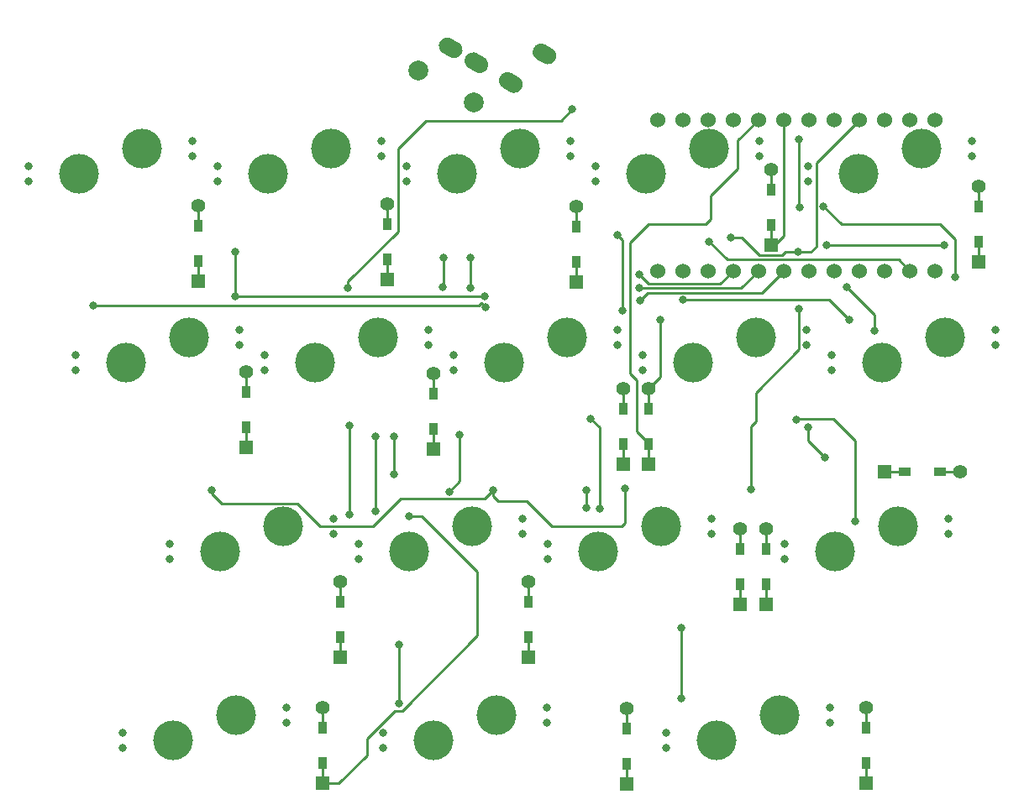
<source format=gbr>
G04 #@! TF.GenerationSoftware,KiCad,Pcbnew,(5.1.6-0-10_14)*
G04 #@! TF.CreationDate,2022-03-06T15:34:28+09:00*
G04 #@! TF.ProjectId,cool936,636f6f6c-3933-4362-9e6b-696361645f70,rev?*
G04 #@! TF.SameCoordinates,Original*
G04 #@! TF.FileFunction,Copper,L1,Top*
G04 #@! TF.FilePolarity,Positive*
%FSLAX46Y46*%
G04 Gerber Fmt 4.6, Leading zero omitted, Abs format (unit mm)*
G04 Created by KiCad (PCBNEW (5.1.6-0-10_14)) date 2022-03-06 15:34:28*
%MOMM*%
%LPD*%
G01*
G04 APERTURE LIST*
G04 #@! TA.AperFunction,ComponentPad*
%ADD10C,1.524000*%
G04 #@! TD*
G04 #@! TA.AperFunction,ViaPad*
%ADD11C,0.800000*%
G04 #@! TD*
G04 #@! TA.AperFunction,ViaPad*
%ADD12C,4.000000*%
G04 #@! TD*
G04 #@! TA.AperFunction,SMDPad,CuDef*
%ADD13R,0.950000X1.300000*%
G04 #@! TD*
G04 #@! TA.AperFunction,ComponentPad*
%ADD14R,1.397000X1.397000*%
G04 #@! TD*
G04 #@! TA.AperFunction,ComponentPad*
%ADD15C,1.397000*%
G04 #@! TD*
G04 #@! TA.AperFunction,SMDPad,CuDef*
%ADD16R,1.300000X0.950000*%
G04 #@! TD*
G04 #@! TA.AperFunction,ComponentPad*
%ADD17C,2.000000*%
G04 #@! TD*
G04 #@! TA.AperFunction,Conductor*
%ADD18C,0.250000*%
G04 #@! TD*
G04 APERTURE END LIST*
D10*
X263438000Y-7201400D03*
X260898000Y-7201400D03*
X258358000Y-7201400D03*
X255818000Y-7201400D03*
X253278000Y-7201400D03*
X250738000Y-7201400D03*
X248198000Y-7201400D03*
X245658000Y-7201400D03*
X243118000Y-7201400D03*
X240578000Y-7201400D03*
X238038000Y-7201400D03*
X235498000Y-7201400D03*
X235498000Y8018600D03*
X238038000Y8018600D03*
X240578000Y8018600D03*
X243118000Y8018600D03*
X245658000Y8018600D03*
X248198000Y8018600D03*
X250738000Y8018600D03*
X253278000Y8018600D03*
X255818000Y8018600D03*
X258358000Y8018600D03*
X260898000Y8018600D03*
X263438000Y8018600D03*
D11*
X250507500Y-14732000D03*
X233997500Y-17272000D03*
X250507500Y-13208000D03*
X233997500Y-15748000D03*
D12*
X239077500Y-16510000D03*
X245427500Y-13970000D03*
D11*
X269557500Y-14732000D03*
X253047500Y-17272000D03*
X269557500Y-13208000D03*
X253047500Y-15748000D03*
D12*
X258127500Y-16510000D03*
X264477500Y-13970000D03*
D13*
X208240000Y-6065000D03*
D14*
X208240000Y-8100000D03*
D15*
X208240000Y-480000D03*
D13*
X208240000Y-2515000D03*
X227340000Y-6325000D03*
D14*
X227340000Y-8360000D03*
D15*
X227340000Y-740000D03*
D13*
X227340000Y-2775000D03*
X246980000Y-2565000D03*
D14*
X246980000Y-4600000D03*
D15*
X246980000Y3020000D03*
D13*
X246980000Y985000D03*
X189180000Y-6195000D03*
D14*
X189180000Y-8230000D03*
D15*
X189180000Y-610000D03*
D13*
X189180000Y-2645000D03*
X194010000Y-22995000D03*
D14*
X194010000Y-25030000D03*
D15*
X194010000Y-17410000D03*
D13*
X194010000Y-19445000D03*
X212880000Y-23185000D03*
D14*
X212880000Y-25220000D03*
D15*
X212880000Y-17600000D03*
D13*
X212880000Y-19635000D03*
X232080000Y-24715000D03*
D14*
X232080000Y-26750000D03*
D15*
X232080000Y-19130000D03*
D13*
X232080000Y-21165000D03*
X234570000Y-24695000D03*
D14*
X234570000Y-26730000D03*
D15*
X234570000Y-19110000D03*
D13*
X234570000Y-21145000D03*
D16*
X260415000Y-27450000D03*
D14*
X258380000Y-27450000D03*
D15*
X266000000Y-27450000D03*
D16*
X263965000Y-27450000D03*
D13*
X203500000Y-44115000D03*
D14*
X203500000Y-46150000D03*
D15*
X203500000Y-38530000D03*
D13*
X203500000Y-40565000D03*
X222500000Y-44145000D03*
D14*
X222500000Y-46180000D03*
D15*
X222500000Y-38560000D03*
D13*
X222500000Y-40595000D03*
X243780000Y-38825000D03*
D14*
X243780000Y-40860000D03*
D15*
X243780000Y-33240000D03*
D13*
X243780000Y-35275000D03*
X201760000Y-56865000D03*
D14*
X201760000Y-58900000D03*
D15*
X201760000Y-51280000D03*
D13*
X201760000Y-53315000D03*
X267830000Y-4255000D03*
D14*
X267830000Y-6290000D03*
D15*
X267830000Y1330000D03*
D13*
X267830000Y-705000D03*
X256480000Y-56850000D03*
D14*
X256480000Y-58885000D03*
D15*
X256480000Y-51265000D03*
D13*
X256480000Y-53300000D03*
X246430000Y-38825000D03*
D14*
X246430000Y-40860000D03*
D15*
X246430000Y-33240000D03*
D13*
X246430000Y-35275000D03*
D11*
X264795500Y-33782000D03*
X248285500Y-36322000D03*
X264795500Y-32258000D03*
X248285500Y-34798000D03*
D12*
X253365500Y-35560000D03*
X259715500Y-33020000D03*
D11*
X224314000Y-52832000D03*
X207804000Y-55372000D03*
X224314000Y-51308000D03*
X207804000Y-53848000D03*
D12*
X212884000Y-54610000D03*
X219234000Y-52070000D03*
G04 #@! TA.AperFunction,ComponentPad*
G36*
G01*
X224187690Y15604775D02*
X224880510Y15204775D01*
G75*
G02*
X225191632Y14043653I-425000J-736122D01*
G01*
X225191632Y14043653D01*
G75*
G02*
X224030510Y13732531I-736122J425000D01*
G01*
X223337690Y14132531D01*
G75*
G02*
X223026568Y15293653I425000J736122D01*
G01*
X223026568Y15293653D01*
G75*
G02*
X224187690Y15604775I736122J-425000D01*
G01*
G37*
G04 #@! TD.AperFunction*
G04 #@! TA.AperFunction,ComponentPad*
G36*
G01*
X220788652Y12717469D02*
X221481472Y12317469D01*
G75*
G02*
X221792594Y11156347I-425000J-736122D01*
G01*
X221792594Y11156347D01*
G75*
G02*
X220631472Y10845225I-736122J425000D01*
G01*
X219938652Y11245225D01*
G75*
G02*
X219627530Y12406347I425000J736122D01*
G01*
X219627530Y12406347D01*
G75*
G02*
X220788652Y12717469I736122J-425000D01*
G01*
G37*
G04 #@! TD.AperFunction*
G04 #@! TA.AperFunction,ComponentPad*
G36*
G01*
X217324550Y14717469D02*
X218017370Y14317469D01*
G75*
G02*
X218328492Y13156347I-425000J-736122D01*
G01*
X218328492Y13156347D01*
G75*
G02*
X217167370Y12845225I-736122J425000D01*
G01*
X216474550Y13245225D01*
G75*
G02*
X216163428Y14406347I425000J736122D01*
G01*
X216163428Y14406347D01*
G75*
G02*
X217324550Y14717469I736122J-425000D01*
G01*
G37*
G04 #@! TD.AperFunction*
G04 #@! TA.AperFunction,ComponentPad*
G36*
G01*
X214726474Y16217469D02*
X215419294Y15817469D01*
G75*
G02*
X215730416Y14656347I-425000J-736122D01*
G01*
X215730416Y14656347D01*
G75*
G02*
X214569294Y14345225I-736122J425000D01*
G01*
X213876474Y14745225D01*
G75*
G02*
X213565352Y15906347I425000J736122D01*
G01*
X213565352Y15906347D01*
G75*
G02*
X214726474Y16217469I736122J-425000D01*
G01*
G37*
G04 #@! TD.AperFunction*
D17*
X217014583Y9775000D03*
X211385417Y13025000D03*
D11*
X202882500Y-33782000D03*
X186372500Y-36322000D03*
X202882500Y-32258000D03*
X186372500Y-34798000D03*
D12*
X191452500Y-35560000D03*
X197802500Y-33020000D03*
D11*
X221932500Y-33782000D03*
X205422500Y-36322000D03*
X221932500Y-32258000D03*
X205422500Y-34798000D03*
D12*
X210502500Y-35560000D03*
X216852500Y-33020000D03*
D11*
X240982500Y-33782000D03*
X224472500Y-36322000D03*
X240982500Y-32258000D03*
X224472500Y-34798000D03*
D12*
X229552500Y-35560000D03*
X235902500Y-33020000D03*
D11*
X198120000Y-52832000D03*
X181610000Y-55372000D03*
X198120000Y-51308000D03*
X181610000Y-53848000D03*
D12*
X186690000Y-54610000D03*
X193040000Y-52070000D03*
D11*
X267175999Y4318000D03*
X250665999Y1778000D03*
X267175999Y5842000D03*
X250665999Y3302000D03*
D12*
X255745999Y2540000D03*
X262095999Y5080000D03*
D11*
X252888500Y-52832000D03*
X236378500Y-55372000D03*
X252888500Y-51308000D03*
X236378500Y-53848000D03*
D12*
X241458500Y-54610000D03*
X247808500Y-52070000D03*
D13*
X232390000Y-53365000D03*
D15*
X232390000Y-51330000D03*
D14*
X232390000Y-58950000D03*
D13*
X232390000Y-56915000D03*
D11*
X188595000Y4318000D03*
X172085000Y1778000D03*
X188595000Y5842000D03*
X172085000Y3302000D03*
D12*
X177165000Y2540000D03*
X183515000Y5080000D03*
D11*
X207645000Y4318000D03*
X191135000Y1778000D03*
X207645000Y5842000D03*
X191135000Y3302000D03*
D12*
X196215000Y2540000D03*
X202565000Y5080000D03*
D11*
X226695000Y4318000D03*
X210185000Y1778000D03*
X226695000Y5842000D03*
X210185000Y3302000D03*
D12*
X215265000Y2540000D03*
X221615000Y5080000D03*
D11*
X245745000Y4318000D03*
X229235000Y1778000D03*
X245745000Y5842000D03*
X229235000Y3302000D03*
D12*
X234315000Y2540000D03*
X240665000Y5080000D03*
D11*
X193357500Y-14732000D03*
X176847500Y-17272000D03*
X193357500Y-13208000D03*
X176847500Y-15748000D03*
D12*
X181927500Y-16510000D03*
X188277500Y-13970000D03*
D11*
X212407500Y-14732000D03*
X195897500Y-17272000D03*
X212407500Y-13208000D03*
X195897500Y-15748000D03*
D12*
X200977500Y-16510000D03*
X207327500Y-13970000D03*
D11*
X231457500Y-14732000D03*
X214947500Y-17272000D03*
X231457500Y-13208000D03*
X214947500Y-15748000D03*
D12*
X220027500Y-16510000D03*
X226377500Y-13970000D03*
D11*
X235760000Y-12140000D03*
X264420000Y-4600000D03*
X252550000Y-4600000D03*
X257350000Y-13210000D03*
X254570000Y-8840000D03*
X249780000Y6020000D03*
X249791501Y-768499D03*
X226890000Y9060000D03*
X204310000Y-8955000D03*
X207080000Y-23960000D03*
X210460000Y-31950000D03*
X207080000Y-31419999D03*
X250640000Y-23020000D03*
X252370000Y-26070000D03*
X213940000Y-5850000D03*
X213860000Y-8840000D03*
X208930000Y-23950000D03*
X208970000Y-27730000D03*
X242880000Y-3880000D03*
X232200000Y-29210000D03*
X218930000Y-29340000D03*
X190570000Y-29340000D03*
X244910000Y-29230000D03*
X249780000Y-11040000D03*
X249650000Y-5325000D03*
X240710000Y-4280000D03*
X215570000Y-23710000D03*
X214490000Y-29490000D03*
X228330000Y-31150010D03*
X228320000Y-29350000D03*
X233740000Y-10220000D03*
X218140000Y-10880000D03*
X178652500Y-10747500D03*
X192970000Y-9810000D03*
X192970000Y-5260000D03*
X204440000Y-22820000D03*
X204410000Y-31760000D03*
X209450000Y-50860000D03*
X233700000Y-8970000D03*
X218120000Y-9800000D03*
X209460000Y-44950000D03*
X216650000Y-5880000D03*
X228770000Y-22100000D03*
X229640000Y-31240000D03*
X237890000Y-43210000D03*
X237880000Y-50360000D03*
X216650000Y-8960000D03*
X233630000Y-7600000D03*
X231450000Y-3560000D03*
X231980000Y-11210000D03*
X255380000Y-32440000D03*
X249520000Y-22200000D03*
X238060000Y-10150000D03*
X252230000Y-710000D03*
X254830000Y-12190000D03*
X265530000Y-7840000D03*
D18*
X189180000Y-610000D02*
X189180000Y-2645000D01*
X208240000Y-480000D02*
X208240000Y-2515000D01*
X227340000Y-740000D02*
X227340000Y-2775000D01*
X246980000Y3020000D02*
X246980000Y985000D01*
X194010000Y-17410000D02*
X194010000Y-19445000D01*
X212880000Y-19635000D02*
X212880000Y-17600000D01*
X232080000Y-19130000D02*
X232080000Y-21165000D01*
X234570000Y-21145000D02*
X234570000Y-19110000D01*
X234570000Y-19110000D02*
X235760000Y-17920000D01*
X235760000Y-17920000D02*
X235760000Y-12140000D01*
X263965000Y-27450000D02*
X266000000Y-27450000D01*
X203500000Y-38530000D02*
X203500000Y-40565000D01*
X222500000Y-40595000D02*
X222500000Y-38560000D01*
X243780000Y-35275000D02*
X243780000Y-33240000D01*
X201760000Y-51280000D02*
X201760000Y-53315000D01*
X267830000Y1330000D02*
X267830000Y-705000D01*
X256480000Y-51265000D02*
X256480000Y-53300000D01*
X246430000Y-33240000D02*
X246430000Y-35275000D01*
X232390000Y-51330000D02*
X232390000Y-53365000D01*
X252550000Y-4600000D02*
X264420000Y-4600000D01*
X267830000Y-4255000D02*
X267830000Y-6290000D01*
X246980000Y-4600000D02*
X246980000Y-2565000D01*
X227340000Y-6325000D02*
X227340000Y-8360000D01*
X208240000Y-6065000D02*
X208240000Y-8100000D01*
X189180000Y-8230000D02*
X189180000Y-6195000D01*
X248198000Y8018600D02*
X248198000Y-3722000D01*
X247320000Y-4600000D02*
X246980000Y-4600000D01*
X248198000Y-3722000D02*
X247320000Y-4600000D01*
X243590000Y3110000D02*
X240830000Y350000D01*
X240830000Y350000D02*
X240830000Y-1980000D01*
X234570000Y-24695000D02*
X234570000Y-24630000D01*
X234570000Y-24630000D02*
X233380000Y-23440000D01*
X233380000Y-23440000D02*
X233380000Y-18220000D01*
X232705001Y-17545001D02*
X232705001Y-4354999D01*
X233380000Y-18220000D02*
X232705001Y-17545001D01*
X234590000Y-2470000D02*
X240340000Y-2470000D01*
X232705001Y-4354999D02*
X234590000Y-2470000D01*
X240830000Y-1980000D02*
X240340000Y-2470000D01*
X194010000Y-22995000D02*
X194010000Y-25030000D01*
X212880000Y-25220000D02*
X212880000Y-23185000D01*
X232080000Y-24715000D02*
X232080000Y-26750000D01*
X234570000Y-26730000D02*
X234570000Y-24695000D01*
X258380000Y-27450000D02*
X260415000Y-27450000D01*
X243590000Y5950600D02*
X243590000Y5170000D01*
X245658000Y8018600D02*
X243590000Y5950600D01*
X243590000Y5170000D02*
X243590000Y3110000D01*
X243590000Y5590600D02*
X243590000Y5170000D01*
X246430000Y-38825000D02*
X246430000Y-40860000D01*
X243780000Y-40860000D02*
X243780000Y-38825000D01*
X222500000Y-44145000D02*
X222500000Y-46180000D01*
X203500000Y-44115000D02*
X203500000Y-46150000D01*
X257350000Y-11620000D02*
X254570000Y-8840000D01*
X257350000Y-13210000D02*
X257350000Y-11620000D01*
X249780000Y-756998D02*
X249791501Y-768499D01*
X249780000Y6020000D02*
X249780000Y-756998D01*
X201760000Y-56865000D02*
X201760000Y-58900000D01*
X232390000Y-56915000D02*
X232390000Y-58950000D01*
X256480000Y-56850000D02*
X256480000Y-58885000D01*
X226890000Y9060000D02*
X225750000Y7920000D01*
X225750000Y7920000D02*
X212170000Y7920000D01*
X212170000Y7920000D02*
X209340000Y5090000D01*
X204310000Y-8284998D02*
X204310000Y-8955000D01*
X209340000Y-3254998D02*
X204310000Y-8284998D01*
X209340000Y5090000D02*
X209340000Y-3254998D01*
X207080000Y-23960000D02*
X207080000Y-31620000D01*
X201760000Y-58900000D02*
X203370000Y-58900000D01*
X203370000Y-58900000D02*
X206190000Y-56080000D01*
X209798001Y-51585001D02*
X217360000Y-44023002D01*
X208993997Y-51585001D02*
X209798001Y-51585001D01*
X206190000Y-54388998D02*
X208993997Y-51585001D01*
X206190000Y-56080000D02*
X206190000Y-54388998D01*
X217360000Y-44023002D02*
X217360000Y-37560000D01*
X211750000Y-31950000D02*
X210460000Y-31950000D01*
X217360000Y-37560000D02*
X211750000Y-31950000D01*
X250640000Y-23020000D02*
X250640000Y-24340000D01*
X250640000Y-24340000D02*
X252370000Y-26070000D01*
X213940000Y-8760000D02*
X213860000Y-8840000D01*
X213940000Y-5850000D02*
X213940000Y-8760000D01*
X208930000Y-23950000D02*
X208930000Y-27690000D01*
X208930000Y-27690000D02*
X208970000Y-27730000D01*
X244020000Y-3880000D02*
X245780000Y-5640000D01*
X242880000Y-3880000D02*
X244020000Y-3880000D01*
X232200000Y-29210000D02*
X232200000Y-32630000D01*
X231846999Y-32983001D02*
X224863001Y-32983001D01*
X232200000Y-32630000D02*
X231846999Y-32983001D01*
X222305010Y-30425010D02*
X219405010Y-30425010D01*
X224863001Y-32983001D02*
X222305010Y-30425010D01*
X218930000Y-29950000D02*
X218930000Y-29340000D01*
X219405010Y-30425010D02*
X218930000Y-29950000D01*
X218054999Y-30215001D02*
X209595001Y-30215001D01*
X218930000Y-29340000D02*
X218054999Y-30215001D01*
X206827001Y-32983001D02*
X201503001Y-32983001D01*
X209595001Y-30215001D02*
X206827001Y-32983001D01*
X199214999Y-30694999D02*
X191604999Y-30694999D01*
X201503001Y-32983001D02*
X199214999Y-30694999D01*
X190570000Y-29660000D02*
X190570000Y-29340000D01*
X191604999Y-30694999D02*
X190570000Y-29660000D01*
X244910000Y-29230000D02*
X244910000Y-22930000D01*
X244910000Y-22930000D02*
X245410000Y-22430000D01*
X245410000Y-22430000D02*
X245410000Y-19500000D01*
X249782499Y-15127501D02*
X249782499Y-11667501D01*
X245410000Y-19500000D02*
X249782499Y-15127501D01*
X249780000Y-11665002D02*
X249780000Y-11040000D01*
X249782499Y-11667501D02*
X249780000Y-11665002D01*
X250935000Y-5325000D02*
X251504999Y-4755001D01*
X249650000Y-5325000D02*
X250935000Y-5325000D01*
X245780000Y-5640000D02*
X248060000Y-5640000D01*
X248375000Y-5325000D02*
X249650000Y-5325000D01*
X248060000Y-5640000D02*
X248375000Y-5325000D01*
X255818000Y8018600D02*
X251504999Y3705599D01*
X251504999Y3095001D02*
X251504999Y-4755001D01*
X251504999Y3705599D02*
X251504999Y3095001D01*
X251504999Y3345599D02*
X251504999Y3095001D01*
X260938000Y-7088000D02*
X260938000Y-7521400D01*
X242520010Y-6090010D02*
X259786610Y-6090010D01*
X259786610Y-6090010D02*
X260898000Y-7201400D01*
X240710000Y-4280000D02*
X242520010Y-6090010D01*
X215570000Y-28410000D02*
X214490000Y-29490000D01*
X215570000Y-23710000D02*
X215570000Y-28410000D01*
X228330000Y-29360000D02*
X228320000Y-29350000D01*
X228330000Y-31150010D02*
X228330000Y-29360000D01*
X234539990Y-9420010D02*
X233740000Y-10220000D01*
X218140000Y-10880000D02*
X217730000Y-10470000D01*
X217452500Y-10747500D02*
X178652500Y-10747500D01*
X217730000Y-10470000D02*
X217452500Y-10747500D01*
X248198000Y-7201400D02*
X245979390Y-9420010D01*
X245979390Y-9420010D02*
X245670010Y-9420010D01*
X245670010Y-9420010D02*
X234539990Y-9420010D01*
X218120000Y-9800000D02*
X192980000Y-9800000D01*
X192970000Y-5260000D02*
X192970000Y-9810000D01*
X204440000Y-31730000D02*
X204410000Y-31760000D01*
X204440000Y-22820000D02*
X204440000Y-31730000D01*
X192980000Y-9800000D02*
X192970000Y-9810000D01*
X243889400Y-8970000D02*
X243550000Y-8970000D01*
X245658000Y-7201400D02*
X243889400Y-8970000D01*
X243550000Y-8970000D02*
X233700000Y-8970000D01*
X209450000Y-44960000D02*
X209460000Y-44950000D01*
X209450000Y-50860000D02*
X209450000Y-44960000D01*
X229640000Y-22970000D02*
X229640000Y-31240000D01*
X228770000Y-22100000D02*
X229640000Y-22970000D01*
X237890000Y-50350000D02*
X237880000Y-50360000D01*
X237890000Y-43210000D02*
X237890000Y-50350000D01*
X216650000Y-5880000D02*
X216650000Y-8960000D01*
X243118000Y-7201400D02*
X242838000Y-7201400D01*
X243118000Y-7201400D02*
X241799410Y-8519990D01*
X241799410Y-8519990D02*
X234549990Y-8519990D01*
X234549990Y-8519990D02*
X233630000Y-7600000D01*
X231980000Y-4090000D02*
X231980000Y-11210000D01*
X231450000Y-3560000D02*
X231980000Y-4090000D01*
X255370000Y-32430000D02*
X255380000Y-32440000D01*
X255380000Y-24340000D02*
X255380000Y-32440000D01*
X253220000Y-22180000D02*
X255380000Y-24340000D01*
X249540000Y-22180000D02*
X249520000Y-22200000D01*
X253220000Y-22180000D02*
X249540000Y-22180000D01*
X265530000Y-4050000D02*
X264010000Y-2530000D01*
X254050000Y-2530000D02*
X252230000Y-710000D01*
X264010000Y-2530000D02*
X254050000Y-2530000D01*
X254830000Y-12190000D02*
X252790000Y-10150000D01*
X252790000Y-10150000D02*
X250930000Y-10150000D01*
X250930000Y-10150000D02*
X251310000Y-10150000D01*
X238060000Y-10150000D02*
X250930000Y-10150000D01*
X265530000Y-7840000D02*
X265530000Y-7840000D01*
X265530000Y-7840000D02*
X265530000Y-4050000D01*
M02*

</source>
